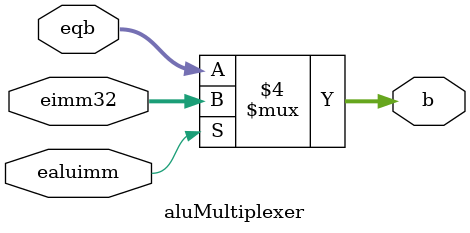
<source format=v>
`timescale 1ns / 1ps


module aluMultiplexer(
    input [31:0] eqb,
    input [31:0] eimm32,
    input ealuimm,
    output reg [31:0] b

    );
    
    always @(*) begin
        if(ealuimm == 0)
        begin
            b = eqb;
        end
        
        else
        begin
            b = eimm32;
        end
    end
endmodule

</source>
